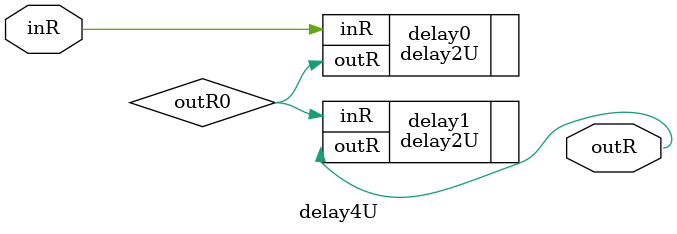
<source format=v>
`timescale 1ns / 1ps


module delay4U(
inR, outR
    );
input inR;
output outR;
    
wire outR0;

(* dont_touch="true" *)delay2U delay0(.inR(inR), .outR(outR0));
(* dont_touch="true" *)delay2U delay1(.inR(outR0), .outR(outR));

endmodule

</source>
